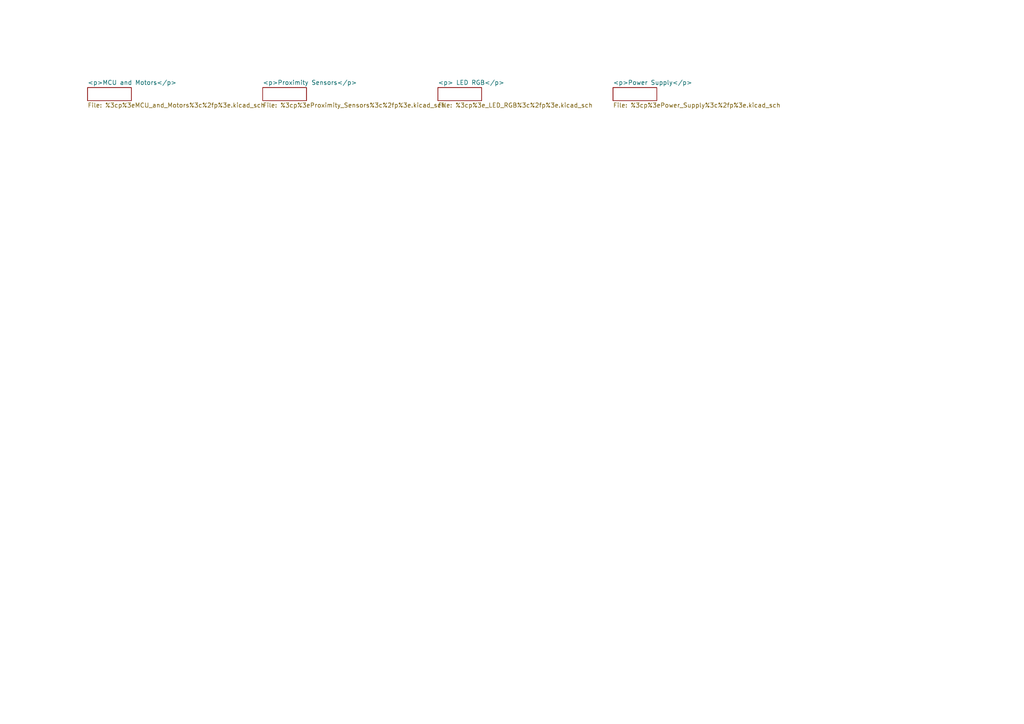
<source format=kicad_sch>
(kicad_sch
	(version 20231120)
	(generator "eeschema")
	(generator_version "8.0")
	(uuid "58e8cd66-b4ea-4447-ac7f-f4cf73666dc1")
	(paper "A4")
	(lib_symbols)
	(sheet
		(at 25.4 25.4)
		(size 12.7 3.81)
		(fields_autoplaced yes)
		(stroke
			(width 0)
			(type solid)
		)
		(fill
			(color 0 0 0 0.0000)
		)
		(uuid "2d0abf91-2441-4991-9da7-a5e4321f8c6a")
		(property "Sheetname" "<p>MCU and Motors</p>"
			(at 25.4 24.6884 0)
			(effects
				(font
					(size 1.27 1.27)
				)
				(justify left bottom)
			)
		)
		(property "Sheetfile" "%3cp%3eMCU_and_Motors%3c%2fp%3e.kicad_sch"
			(at 25.4 29.7946 0)
			(effects
				(font
					(size 1.27 1.27)
				)
				(justify left top)
			)
		)
		(instances
			(project "board"
				(path "/58e8cd66-b4ea-4447-ac7f-f4cf73666dc1"
					(page "1")
				)
			)
		)
	)
	(sheet
		(at 127 25.4)
		(size 12.7 3.81)
		(fields_autoplaced yes)
		(stroke
			(width 0)
			(type solid)
		)
		(fill
			(color 0 0 0 0.0000)
		)
		(uuid "9bcf1311-4a91-48c8-adc9-0bf831ae55f4")
		(property "Sheetname" "<p> LED RGB</p>"
			(at 127 24.6884 0)
			(effects
				(font
					(size 1.27 1.27)
				)
				(justify left bottom)
			)
		)
		(property "Sheetfile" "%3cp%3e_LED_RGB%3c%2fp%3e.kicad_sch"
			(at 127 29.7946 0)
			(effects
				(font
					(size 1.27 1.27)
				)
				(justify left top)
			)
		)
		(instances
			(project "board"
				(path "/58e8cd66-b4ea-4447-ac7f-f4cf73666dc1"
					(page "3")
				)
			)
		)
	)
	(sheet
		(at 177.8 25.4)
		(size 12.7 3.81)
		(fields_autoplaced yes)
		(stroke
			(width 0)
			(type solid)
		)
		(fill
			(color 0 0 0 0.0000)
		)
		(uuid "d3650e94-207d-4246-aa8c-6e7f51059cf0")
		(property "Sheetname" "<p>Power Supply</p>"
			(at 177.8 24.6884 0)
			(effects
				(font
					(size 1.27 1.27)
				)
				(justify left bottom)
			)
		)
		(property "Sheetfile" "%3cp%3ePower_Supply%3c%2fp%3e.kicad_sch"
			(at 177.8 29.7946 0)
			(effects
				(font
					(size 1.27 1.27)
				)
				(justify left top)
			)
		)
		(instances
			(project "board"
				(path "/58e8cd66-b4ea-4447-ac7f-f4cf73666dc1"
					(page "4")
				)
			)
		)
	)
	(sheet
		(at 76.2 25.4)
		(size 12.7 3.81)
		(fields_autoplaced yes)
		(stroke
			(width 0)
			(type solid)
		)
		(fill
			(color 0 0 0 0.0000)
		)
		(uuid "f1d0e9ed-e0cb-4ff5-88bb-17df001c0876")
		(property "Sheetname" "<p>Proximity Sensors</p>"
			(at 76.2 24.6884 0)
			(effects
				(font
					(size 1.27 1.27)
				)
				(justify left bottom)
			)
		)
		(property "Sheetfile" "%3cp%3eProximity_Sensors%3c%2fp%3e.kicad_sch"
			(at 76.2 29.7946 0)
			(effects
				(font
					(size 1.27 1.27)
				)
				(justify left top)
			)
		)
		(instances
			(project "board"
				(path "/58e8cd66-b4ea-4447-ac7f-f4cf73666dc1"
					(page "2")
				)
			)
		)
	)
	(sheet_instances
		(path "/"
			(page "1")
		)
	)
)

</source>
